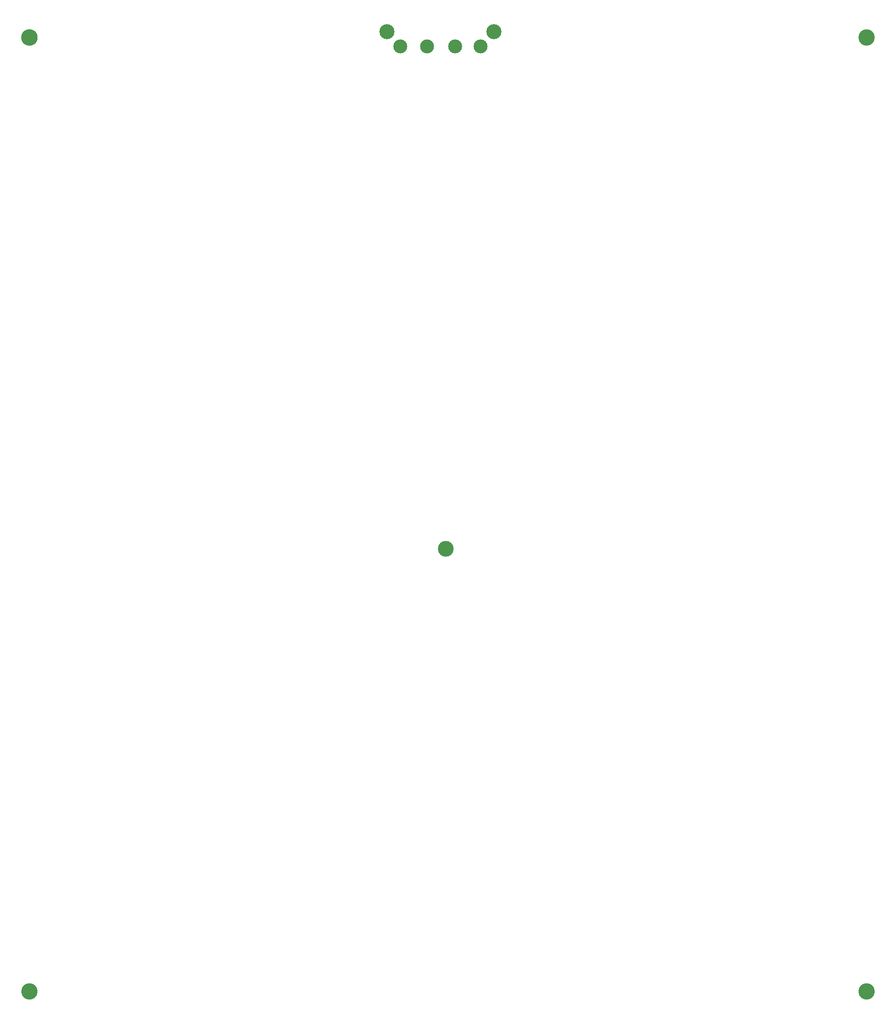
<source format=gbr>
G04 start of page 7 for group -4062 idx -4062 *
G04 Title: (unknown), soldermask *
G04 Creator: pcb 1.99z *
G04 CreationDate: Sun 10 Nov 2013 02:53:38 PM GMT UTC *
G04 For: andrey *
G04 Format: Gerber/RS-274X *
G04 PCB-Dimensions (mm): 165.00 187.00 *
G04 PCB-Coordinate-Origin: lower left *
%MOMM*%
%FSLAX43Y43*%
%LNBOTTOMMASK*%
%ADD38C,2.997*%
%ADD37C,3.099*%
%ADD36C,3.150*%
%ADD35C,2.652*%
%ADD34C,2.852*%
G54D34*X91188Y185130D03*
G54D35*X83822Y182336D03*
X73408D03*
G54D34*X70868Y185130D03*
G54D35*X88648Y182336D03*
X78488D03*
G54D36*X3000Y184000D03*
G54D37*X162000D03*
Y3000D03*
X3000D03*
G54D38*X82000Y87000D03*
M02*

</source>
